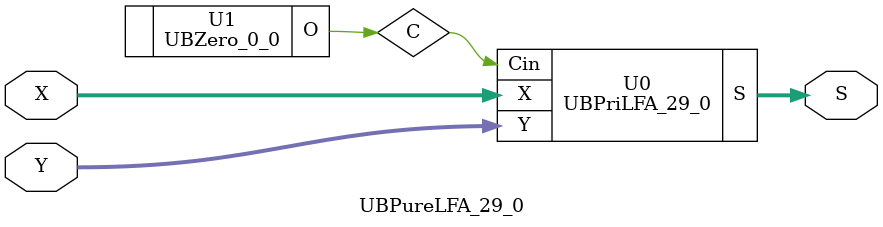
<source format=v>
/*----------------------------------------------------------------------------
  Copyright (c) 2021 Homma laboratory. All rights reserved.

  Top module: UBLFA_29_0_29_0

  Operand-1 length: 30
  Operand-2 length: 30
  Two-operand addition algorithm: Ladner-Fischer adder
----------------------------------------------------------------------------*/

module GPGenerator(Go, Po, A, B);
  output Go;
  output Po;
  input A;
  input B;
  assign Go = A & B;
  assign Po = A ^ B;
endmodule

module CarryOperator(Go, Po, Gi1, Pi1, Gi2, Pi2);
  output Go;
  output Po;
  input Gi1;
  input Gi2;
  input Pi1;
  input Pi2;
  assign Go = Gi1 | ( Gi2 & Pi1 );
  assign Po = Pi1 & Pi2;
endmodule

module UBPriLFA_29_0(S, X, Y, Cin);
  output [30:0] S;
  input Cin;
  input [29:0] X;
  input [29:0] Y;
  wire [29:0] G0;
  wire [29:0] G1;
  wire [29:0] G2;
  wire [29:0] G3;
  wire [29:0] G4;
  wire [29:0] G5;
  wire [29:0] P0;
  wire [29:0] P1;
  wire [29:0] P2;
  wire [29:0] P3;
  wire [29:0] P4;
  wire [29:0] P5;
  assign P1[0] = P0[0];
  assign G1[0] = G0[0];
  assign P1[2] = P0[2];
  assign G1[2] = G0[2];
  assign P1[4] = P0[4];
  assign G1[4] = G0[4];
  assign P1[6] = P0[6];
  assign G1[6] = G0[6];
  assign P1[8] = P0[8];
  assign G1[8] = G0[8];
  assign P1[10] = P0[10];
  assign G1[10] = G0[10];
  assign P1[12] = P0[12];
  assign G1[12] = G0[12];
  assign P1[14] = P0[14];
  assign G1[14] = G0[14];
  assign P1[16] = P0[16];
  assign G1[16] = G0[16];
  assign P1[18] = P0[18];
  assign G1[18] = G0[18];
  assign P1[20] = P0[20];
  assign G1[20] = G0[20];
  assign P1[22] = P0[22];
  assign G1[22] = G0[22];
  assign P1[24] = P0[24];
  assign G1[24] = G0[24];
  assign P1[26] = P0[26];
  assign G1[26] = G0[26];
  assign P1[28] = P0[28];
  assign G1[28] = G0[28];
  assign P2[0] = P1[0];
  assign G2[0] = G1[0];
  assign P2[1] = P1[1];
  assign G2[1] = G1[1];
  assign P2[4] = P1[4];
  assign G2[4] = G1[4];
  assign P2[5] = P1[5];
  assign G2[5] = G1[5];
  assign P2[8] = P1[8];
  assign G2[8] = G1[8];
  assign P2[9] = P1[9];
  assign G2[9] = G1[9];
  assign P2[12] = P1[12];
  assign G2[12] = G1[12];
  assign P2[13] = P1[13];
  assign G2[13] = G1[13];
  assign P2[16] = P1[16];
  assign G2[16] = G1[16];
  assign P2[17] = P1[17];
  assign G2[17] = G1[17];
  assign P2[20] = P1[20];
  assign G2[20] = G1[20];
  assign P2[21] = P1[21];
  assign G2[21] = G1[21];
  assign P2[24] = P1[24];
  assign G2[24] = G1[24];
  assign P2[25] = P1[25];
  assign G2[25] = G1[25];
  assign P2[28] = P1[28];
  assign G2[28] = G1[28];
  assign P2[29] = P1[29];
  assign G2[29] = G1[29];
  assign P3[0] = P2[0];
  assign G3[0] = G2[0];
  assign P3[1] = P2[1];
  assign G3[1] = G2[1];
  assign P3[2] = P2[2];
  assign G3[2] = G2[2];
  assign P3[3] = P2[3];
  assign G3[3] = G2[3];
  assign P3[8] = P2[8];
  assign G3[8] = G2[8];
  assign P3[9] = P2[9];
  assign G3[9] = G2[9];
  assign P3[10] = P2[10];
  assign G3[10] = G2[10];
  assign P3[11] = P2[11];
  assign G3[11] = G2[11];
  assign P3[16] = P2[16];
  assign G3[16] = G2[16];
  assign P3[17] = P2[17];
  assign G3[17] = G2[17];
  assign P3[18] = P2[18];
  assign G3[18] = G2[18];
  assign P3[19] = P2[19];
  assign G3[19] = G2[19];
  assign P3[24] = P2[24];
  assign G3[24] = G2[24];
  assign P3[25] = P2[25];
  assign G3[25] = G2[25];
  assign P3[26] = P2[26];
  assign G3[26] = G2[26];
  assign P3[27] = P2[27];
  assign G3[27] = G2[27];
  assign P4[0] = P3[0];
  assign G4[0] = G3[0];
  assign P4[1] = P3[1];
  assign G4[1] = G3[1];
  assign P4[2] = P3[2];
  assign G4[2] = G3[2];
  assign P4[3] = P3[3];
  assign G4[3] = G3[3];
  assign P4[4] = P3[4];
  assign G4[4] = G3[4];
  assign P4[5] = P3[5];
  assign G4[5] = G3[5];
  assign P4[6] = P3[6];
  assign G4[6] = G3[6];
  assign P4[7] = P3[7];
  assign G4[7] = G3[7];
  assign P4[16] = P3[16];
  assign G4[16] = G3[16];
  assign P4[17] = P3[17];
  assign G4[17] = G3[17];
  assign P4[18] = P3[18];
  assign G4[18] = G3[18];
  assign P4[19] = P3[19];
  assign G4[19] = G3[19];
  assign P4[20] = P3[20];
  assign G4[20] = G3[20];
  assign P4[21] = P3[21];
  assign G4[21] = G3[21];
  assign P4[22] = P3[22];
  assign G4[22] = G3[22];
  assign P4[23] = P3[23];
  assign G4[23] = G3[23];
  assign P5[0] = P4[0];
  assign G5[0] = G4[0];
  assign P5[1] = P4[1];
  assign G5[1] = G4[1];
  assign P5[2] = P4[2];
  assign G5[2] = G4[2];
  assign P5[3] = P4[3];
  assign G5[3] = G4[3];
  assign P5[4] = P4[4];
  assign G5[4] = G4[4];
  assign P5[5] = P4[5];
  assign G5[5] = G4[5];
  assign P5[6] = P4[6];
  assign G5[6] = G4[6];
  assign P5[7] = P4[7];
  assign G5[7] = G4[7];
  assign P5[8] = P4[8];
  assign G5[8] = G4[8];
  assign P5[9] = P4[9];
  assign G5[9] = G4[9];
  assign P5[10] = P4[10];
  assign G5[10] = G4[10];
  assign P5[11] = P4[11];
  assign G5[11] = G4[11];
  assign P5[12] = P4[12];
  assign G5[12] = G4[12];
  assign P5[13] = P4[13];
  assign G5[13] = G4[13];
  assign P5[14] = P4[14];
  assign G5[14] = G4[14];
  assign P5[15] = P4[15];
  assign G5[15] = G4[15];
  assign S[0] = Cin ^ P0[0];
  assign S[1] = ( G5[0] | ( P5[0] & Cin ) ) ^ P0[1];
  assign S[2] = ( G5[1] | ( P5[1] & Cin ) ) ^ P0[2];
  assign S[3] = ( G5[2] | ( P5[2] & Cin ) ) ^ P0[3];
  assign S[4] = ( G5[3] | ( P5[3] & Cin ) ) ^ P0[4];
  assign S[5] = ( G5[4] | ( P5[4] & Cin ) ) ^ P0[5];
  assign S[6] = ( G5[5] | ( P5[5] & Cin ) ) ^ P0[6];
  assign S[7] = ( G5[6] | ( P5[6] & Cin ) ) ^ P0[7];
  assign S[8] = ( G5[7] | ( P5[7] & Cin ) ) ^ P0[8];
  assign S[9] = ( G5[8] | ( P5[8] & Cin ) ) ^ P0[9];
  assign S[10] = ( G5[9] | ( P5[9] & Cin ) ) ^ P0[10];
  assign S[11] = ( G5[10] | ( P5[10] & Cin ) ) ^ P0[11];
  assign S[12] = ( G5[11] | ( P5[11] & Cin ) ) ^ P0[12];
  assign S[13] = ( G5[12] | ( P5[12] & Cin ) ) ^ P0[13];
  assign S[14] = ( G5[13] | ( P5[13] & Cin ) ) ^ P0[14];
  assign S[15] = ( G5[14] | ( P5[14] & Cin ) ) ^ P0[15];
  assign S[16] = ( G5[15] | ( P5[15] & Cin ) ) ^ P0[16];
  assign S[17] = ( G5[16] | ( P5[16] & Cin ) ) ^ P0[17];
  assign S[18] = ( G5[17] | ( P5[17] & Cin ) ) ^ P0[18];
  assign S[19] = ( G5[18] | ( P5[18] & Cin ) ) ^ P0[19];
  assign S[20] = ( G5[19] | ( P5[19] & Cin ) ) ^ P0[20];
  assign S[21] = ( G5[20] | ( P5[20] & Cin ) ) ^ P0[21];
  assign S[22] = ( G5[21] | ( P5[21] & Cin ) ) ^ P0[22];
  assign S[23] = ( G5[22] | ( P5[22] & Cin ) ) ^ P0[23];
  assign S[24] = ( G5[23] | ( P5[23] & Cin ) ) ^ P0[24];
  assign S[25] = ( G5[24] | ( P5[24] & Cin ) ) ^ P0[25];
  assign S[26] = ( G5[25] | ( P5[25] & Cin ) ) ^ P0[26];
  assign S[27] = ( G5[26] | ( P5[26] & Cin ) ) ^ P0[27];
  assign S[28] = ( G5[27] | ( P5[27] & Cin ) ) ^ P0[28];
  assign S[29] = ( G5[28] | ( P5[28] & Cin ) ) ^ P0[29];
  assign S[30] = G5[29] | ( P5[29] & Cin );
  GPGenerator U0 (G0[0], P0[0], X[0], Y[0]);
  GPGenerator U1 (G0[1], P0[1], X[1], Y[1]);
  GPGenerator U2 (G0[2], P0[2], X[2], Y[2]);
  GPGenerator U3 (G0[3], P0[3], X[3], Y[3]);
  GPGenerator U4 (G0[4], P0[4], X[4], Y[4]);
  GPGenerator U5 (G0[5], P0[5], X[5], Y[5]);
  GPGenerator U6 (G0[6], P0[6], X[6], Y[6]);
  GPGenerator U7 (G0[7], P0[7], X[7], Y[7]);
  GPGenerator U8 (G0[8], P0[8], X[8], Y[8]);
  GPGenerator U9 (G0[9], P0[9], X[9], Y[9]);
  GPGenerator U10 (G0[10], P0[10], X[10], Y[10]);
  GPGenerator U11 (G0[11], P0[11], X[11], Y[11]);
  GPGenerator U12 (G0[12], P0[12], X[12], Y[12]);
  GPGenerator U13 (G0[13], P0[13], X[13], Y[13]);
  GPGenerator U14 (G0[14], P0[14], X[14], Y[14]);
  GPGenerator U15 (G0[15], P0[15], X[15], Y[15]);
  GPGenerator U16 (G0[16], P0[16], X[16], Y[16]);
  GPGenerator U17 (G0[17], P0[17], X[17], Y[17]);
  GPGenerator U18 (G0[18], P0[18], X[18], Y[18]);
  GPGenerator U19 (G0[19], P0[19], X[19], Y[19]);
  GPGenerator U20 (G0[20], P0[20], X[20], Y[20]);
  GPGenerator U21 (G0[21], P0[21], X[21], Y[21]);
  GPGenerator U22 (G0[22], P0[22], X[22], Y[22]);
  GPGenerator U23 (G0[23], P0[23], X[23], Y[23]);
  GPGenerator U24 (G0[24], P0[24], X[24], Y[24]);
  GPGenerator U25 (G0[25], P0[25], X[25], Y[25]);
  GPGenerator U26 (G0[26], P0[26], X[26], Y[26]);
  GPGenerator U27 (G0[27], P0[27], X[27], Y[27]);
  GPGenerator U28 (G0[28], P0[28], X[28], Y[28]);
  GPGenerator U29 (G0[29], P0[29], X[29], Y[29]);
  CarryOperator U30 (G1[1], P1[1], G0[1], P0[1], G0[0], P0[0]);
  CarryOperator U31 (G1[3], P1[3], G0[3], P0[3], G0[2], P0[2]);
  CarryOperator U32 (G1[5], P1[5], G0[5], P0[5], G0[4], P0[4]);
  CarryOperator U33 (G1[7], P1[7], G0[7], P0[7], G0[6], P0[6]);
  CarryOperator U34 (G1[9], P1[9], G0[9], P0[9], G0[8], P0[8]);
  CarryOperator U35 (G1[11], P1[11], G0[11], P0[11], G0[10], P0[10]);
  CarryOperator U36 (G1[13], P1[13], G0[13], P0[13], G0[12], P0[12]);
  CarryOperator U37 (G1[15], P1[15], G0[15], P0[15], G0[14], P0[14]);
  CarryOperator U38 (G1[17], P1[17], G0[17], P0[17], G0[16], P0[16]);
  CarryOperator U39 (G1[19], P1[19], G0[19], P0[19], G0[18], P0[18]);
  CarryOperator U40 (G1[21], P1[21], G0[21], P0[21], G0[20], P0[20]);
  CarryOperator U41 (G1[23], P1[23], G0[23], P0[23], G0[22], P0[22]);
  CarryOperator U42 (G1[25], P1[25], G0[25], P0[25], G0[24], P0[24]);
  CarryOperator U43 (G1[27], P1[27], G0[27], P0[27], G0[26], P0[26]);
  CarryOperator U44 (G1[29], P1[29], G0[29], P0[29], G0[28], P0[28]);
  CarryOperator U45 (G2[2], P2[2], G1[2], P1[2], G1[1], P1[1]);
  CarryOperator U46 (G2[3], P2[3], G1[3], P1[3], G1[1], P1[1]);
  CarryOperator U47 (G2[6], P2[6], G1[6], P1[6], G1[5], P1[5]);
  CarryOperator U48 (G2[7], P2[7], G1[7], P1[7], G1[5], P1[5]);
  CarryOperator U49 (G2[10], P2[10], G1[10], P1[10], G1[9], P1[9]);
  CarryOperator U50 (G2[11], P2[11], G1[11], P1[11], G1[9], P1[9]);
  CarryOperator U51 (G2[14], P2[14], G1[14], P1[14], G1[13], P1[13]);
  CarryOperator U52 (G2[15], P2[15], G1[15], P1[15], G1[13], P1[13]);
  CarryOperator U53 (G2[18], P2[18], G1[18], P1[18], G1[17], P1[17]);
  CarryOperator U54 (G2[19], P2[19], G1[19], P1[19], G1[17], P1[17]);
  CarryOperator U55 (G2[22], P2[22], G1[22], P1[22], G1[21], P1[21]);
  CarryOperator U56 (G2[23], P2[23], G1[23], P1[23], G1[21], P1[21]);
  CarryOperator U57 (G2[26], P2[26], G1[26], P1[26], G1[25], P1[25]);
  CarryOperator U58 (G2[27], P2[27], G1[27], P1[27], G1[25], P1[25]);
  CarryOperator U59 (G3[4], P3[4], G2[4], P2[4], G2[3], P2[3]);
  CarryOperator U60 (G3[5], P3[5], G2[5], P2[5], G2[3], P2[3]);
  CarryOperator U61 (G3[6], P3[6], G2[6], P2[6], G2[3], P2[3]);
  CarryOperator U62 (G3[7], P3[7], G2[7], P2[7], G2[3], P2[3]);
  CarryOperator U63 (G3[12], P3[12], G2[12], P2[12], G2[11], P2[11]);
  CarryOperator U64 (G3[13], P3[13], G2[13], P2[13], G2[11], P2[11]);
  CarryOperator U65 (G3[14], P3[14], G2[14], P2[14], G2[11], P2[11]);
  CarryOperator U66 (G3[15], P3[15], G2[15], P2[15], G2[11], P2[11]);
  CarryOperator U67 (G3[20], P3[20], G2[20], P2[20], G2[19], P2[19]);
  CarryOperator U68 (G3[21], P3[21], G2[21], P2[21], G2[19], P2[19]);
  CarryOperator U69 (G3[22], P3[22], G2[22], P2[22], G2[19], P2[19]);
  CarryOperator U70 (G3[23], P3[23], G2[23], P2[23], G2[19], P2[19]);
  CarryOperator U71 (G3[28], P3[28], G2[28], P2[28], G2[27], P2[27]);
  CarryOperator U72 (G3[29], P3[29], G2[29], P2[29], G2[27], P2[27]);
  CarryOperator U73 (G4[8], P4[8], G3[8], P3[8], G3[7], P3[7]);
  CarryOperator U74 (G4[9], P4[9], G3[9], P3[9], G3[7], P3[7]);
  CarryOperator U75 (G4[10], P4[10], G3[10], P3[10], G3[7], P3[7]);
  CarryOperator U76 (G4[11], P4[11], G3[11], P3[11], G3[7], P3[7]);
  CarryOperator U77 (G4[12], P4[12], G3[12], P3[12], G3[7], P3[7]);
  CarryOperator U78 (G4[13], P4[13], G3[13], P3[13], G3[7], P3[7]);
  CarryOperator U79 (G4[14], P4[14], G3[14], P3[14], G3[7], P3[7]);
  CarryOperator U80 (G4[15], P4[15], G3[15], P3[15], G3[7], P3[7]);
  CarryOperator U81 (G4[24], P4[24], G3[24], P3[24], G3[23], P3[23]);
  CarryOperator U82 (G4[25], P4[25], G3[25], P3[25], G3[23], P3[23]);
  CarryOperator U83 (G4[26], P4[26], G3[26], P3[26], G3[23], P3[23]);
  CarryOperator U84 (G4[27], P4[27], G3[27], P3[27], G3[23], P3[23]);
  CarryOperator U85 (G4[28], P4[28], G3[28], P3[28], G3[23], P3[23]);
  CarryOperator U86 (G4[29], P4[29], G3[29], P3[29], G3[23], P3[23]);
  CarryOperator U87 (G5[16], P5[16], G4[16], P4[16], G4[15], P4[15]);
  CarryOperator U88 (G5[17], P5[17], G4[17], P4[17], G4[15], P4[15]);
  CarryOperator U89 (G5[18], P5[18], G4[18], P4[18], G4[15], P4[15]);
  CarryOperator U90 (G5[19], P5[19], G4[19], P4[19], G4[15], P4[15]);
  CarryOperator U91 (G5[20], P5[20], G4[20], P4[20], G4[15], P4[15]);
  CarryOperator U92 (G5[21], P5[21], G4[21], P4[21], G4[15], P4[15]);
  CarryOperator U93 (G5[22], P5[22], G4[22], P4[22], G4[15], P4[15]);
  CarryOperator U94 (G5[23], P5[23], G4[23], P4[23], G4[15], P4[15]);
  CarryOperator U95 (G5[24], P5[24], G4[24], P4[24], G4[15], P4[15]);
  CarryOperator U96 (G5[25], P5[25], G4[25], P4[25], G4[15], P4[15]);
  CarryOperator U97 (G5[26], P5[26], G4[26], P4[26], G4[15], P4[15]);
  CarryOperator U98 (G5[27], P5[27], G4[27], P4[27], G4[15], P4[15]);
  CarryOperator U99 (G5[28], P5[28], G4[28], P4[28], G4[15], P4[15]);
  CarryOperator U100 (G5[29], P5[29], G4[29], P4[29], G4[15], P4[15]);
endmodule

module UBZero_0_0(O);
  output [0:0] O;
  assign O[0] = 0;
endmodule

module UBLFA_29_0_29_0 (S, X, Y);
  output [30:0] S;
  input [29:0] X;
  input [29:0] Y;
  UBPureLFA_29_0 U0 (S[30:0], X[29:0], Y[29:0]);
endmodule

module UBPureLFA_29_0 (S, X, Y);
  output [30:0] S;
  input [29:0] X;
  input [29:0] Y;
  wire C;
  UBPriLFA_29_0 U0 (S, X, Y, C);
  UBZero_0_0 U1 (C);
endmodule


</source>
